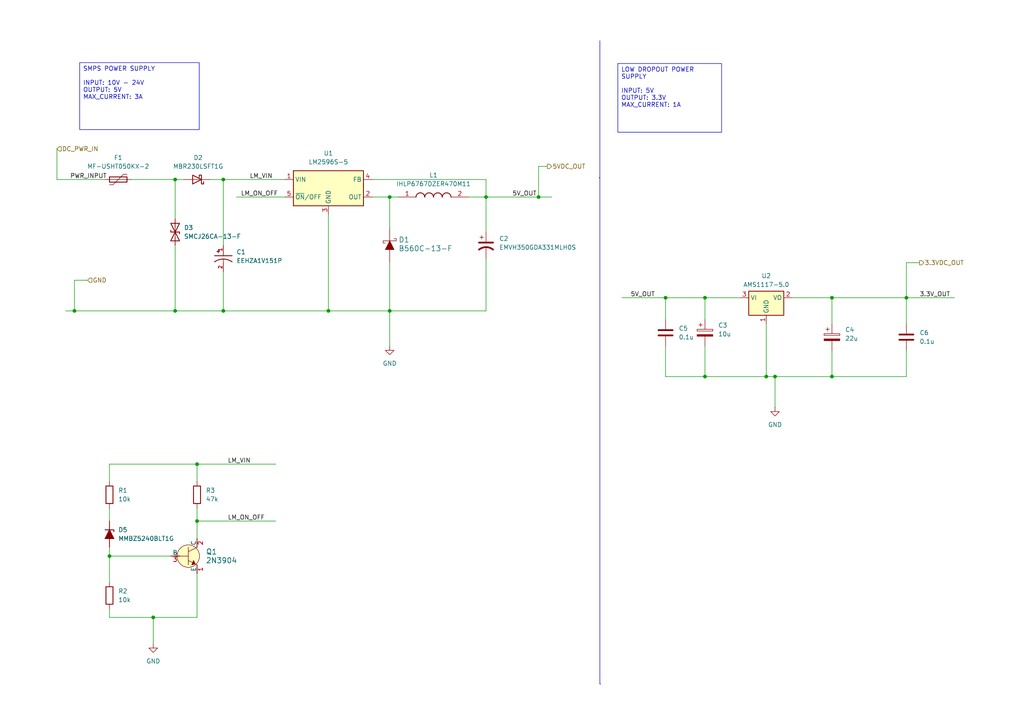
<source format=kicad_sch>
(kicad_sch (version 20231120) (generator "eeschema") (generator_version "8.0")
  (paper "A4")
  (lib_symbols
    (symbol "Device:C" (pin_numbers hide) (pin_names (offset 0.254))
      (property "Reference" "C" (at 0.635 2.54 0))
      (property "Value" "C" (at 0.635 -2.54 0))
      (symbol "C_0_1"
        (polyline (pts (xy -2.032 -0.762) (xy 2.032 -0.762)) (stroke (width 0.508)))
        (polyline (pts (xy -2.032 0.762) (xy 2.032 0.762)) (stroke (width 0.508)))
      )
      (symbol "C_1_1"
        (pin passive line (at 0 3.81 270) (length 2.794) (name "~") (number "1"))
        (pin passive line (at 0 -3.81 90) (length 2.794) (name "~") (number "2"))
      )
    )
    (symbol "Device:C_Polarized" (pin_numbers hide) (pin_names (offset 0.254))
      (property "Reference" "C" (at 0.635 2.54 0))
      (property "Value" "C_Polarized" (at 0.635 -2.54 0))
      (symbol "C_Polarized_0_1"
        (rectangle (start -2.286 0.508) (end 2.286 1.016))
        (polyline (pts (xy -1.778 2.286) (xy -0.762 2.286)))
        (polyline (pts (xy -1.27 2.794) (xy -1.27 1.778)))
        (rectangle (start 2.286 -0.508) (end -2.286 -1.016) (fill (type outline)))
      )
      (symbol "C_Polarized_1_1"
        (pin passive line (at 0 3.81 270) (length 2.794) (name "~") (number "1"))
        (pin passive line (at 0 -3.81 90) (length 2.794) (name "~") (number "2"))
      )
    )
    (symbol "Device:C_Polarized_US" (pin_numbers hide) (pin_names (offset 0.254) hide)
      (property "Reference" "C" (at 0.635 2.54 0))
      (property "Value" "C_Polarized_US" (at 0.635 -2.54 0))
      (symbol "C_Polarized_US_0_1"
        (polyline (pts (xy -2.032 0.762) (xy 2.032 0.762)) (stroke (width 0.508)))
        (polyline (pts (xy -1.778 2.286) (xy -0.762 2.286)))
        (polyline (pts (xy -1.27 1.778) (xy -1.27 2.794)))
        (arc (start 2.032 -1.27) (mid 0 -0.5572) (end -2.032 -1.27) (stroke (width 0.508)))
      )
      (symbol "C_Polarized_US_1_1"
        (pin passive line (at 0 3.81 270) (length 2.794) (name "~") (number "1"))
        (pin passive line (at 0 -3.81 90) (length 3.302) (name "~") (number "2"))
      )
    )
    (symbol "Device:D_Schottky" (pin_numbers hide) (pin_names (offset 1.016) hide)
      (property "Reference" "D" (at 0 2.54 0))
      (property "Value" "D_Schottky" (at 0 -2.54 0))
      (symbol "D_Schottky_0_1"
        (polyline (pts (xy 1.27 0) (xy -1.27 0)))
        (polyline (pts (xy 1.27 1.27) (xy 1.27 -1.27) (xy -1.27 0) (xy 1.27 1.27)) (stroke (width 0.254)))
        (polyline (pts (xy -1.905 0.635) (xy -1.905 1.27) (xy -1.27 1.27) (xy -1.27 -1.27) (xy -0.635 -1.27) (xy -0.635 -0.635)) (stroke (width 0.254)))
      )
      (symbol "D_Schottky_1_1"
        (pin passive line (at -3.81 0 0) (length 2.54) (name "K") (number "1"))
        (pin passive line (at 3.81 0 180) (length 2.54) (name "A") (number "2"))
      )
    )
    (symbol "Device:D_TVS" (pin_numbers hide) (pin_names (offset 1.016) hide)
      (property "Reference" "D" (at 0 2.54 0))
      (property "Value" "D_TVS" (at 0 -2.54 0))
      (symbol "D_TVS_0_1"
        (polyline (pts (xy 1.27 0) (xy -1.27 0)))
        (polyline (pts (xy 0.508 1.27) (xy 0 1.27) (xy 0 -1.27) (xy -0.508 -1.27)) (stroke (width 0.254)))
        (polyline (pts (xy -2.54 1.27) (xy -2.54 -1.27) (xy 2.54 1.27) (xy 2.54 -1.27) (xy -2.54 1.27)) (stroke (width 0.254)))
      )
      (symbol "D_TVS_1_1"
        (pin passive line (at -3.81 0 0) (length 2.54) (name "A1") (number "1"))
        (pin passive line (at 3.81 0 180) (length 2.54) (name "A2") (number "2"))
      )
    )
    (symbol "Device:D_Zener_Filled" (pin_numbers hide) (pin_names (offset 1.016) hide)
      (property "Reference" "D" (at 0 2.54 0))
      (property "Value" "D_Zener_Filled" (at 0 -2.54 0))
      (symbol "D_Zener_Filled_0_1"
        (polyline (pts (xy 1.27 0) (xy -1.27 0)))
        (polyline (pts (xy -1.27 -1.27) (xy -1.27 1.27) (xy -0.762 1.27)) (stroke (width 0.254)))
        (polyline (pts (xy 1.27 -1.27) (xy 1.27 1.27) (xy -1.27 0) (xy 1.27 -1.27)) (stroke (width 0.254)) (fill (type outline)))
      )
      (symbol "D_Zener_Filled_1_1"
        (pin passive line (at -3.81 0 0) (length 2.54) (name "K") (number "1"))
        (pin passive line (at 3.81 0 180) (length 2.54) (name "A") (number "2"))
      )
    )
    (symbol "Device:Polyfuse" (pin_numbers hide) (pin_names (offset 0))
      (property "Reference" "F" (at -2.54 0 90))
      (property "Value" "Polyfuse" (at 2.54 0 90))
      (symbol "Polyfuse_0_1"
        (rectangle (start -0.762 2.54) (end 0.762 -2.54) (stroke (width 0.254)))
        (polyline (pts (xy 0 2.54) (xy 0 -2.54)))
        (polyline (pts (xy -1.524 2.54) (xy -1.524 1.524) (xy 1.524 -1.524) (xy 1.524 -2.54)))
      )
      (symbol "Polyfuse_1_1"
        (pin passive line (at 0 3.81 270) (length 1.27) (name "~") (number "1"))
        (pin passive line (at 0 -3.81 90) (length 1.27) (name "~") (number "2"))
      )
    )
    (symbol "Device:R" (pin_numbers hide) (pin_names (offset 0))
      (property "Reference" "R" (at 2.032 0 90))
      (property "Value" "R" (at 0 0 90))
      (symbol "R_0_1"
        (rectangle (start -1.016 -2.54) (end 1.016 2.54) (stroke (width 0.254)))
      )
      (symbol "R_1_1"
        (pin passive line (at 0 3.81 270) (length 1.27) (name "~") (number "1"))
        (pin passive line (at 0 -3.81 90) (length 1.27) (name "~") (number "2"))
      )
    )
    (symbol "EEHZA1V151P:EEHZA1V151P" (pin_names (offset 1.016))
      (property "Reference" "C" (at -2.54 3.81 0))
      (property "Value" "EEHZA1V151P" (at -2.54 -5.08 0))
      (symbol "EEHZA1V151P_0_0"
        (rectangle (start -1.173 -1.532) (end -0.284 -1.405) (stroke (width 0.1)) (fill (type outline)))
        (rectangle (start -0.792 -1.913) (end -0.665 -1.024) (stroke (width 0.1)) (fill (type outline)))
        (polyline (pts (xy 0 0) (xy 0.508 0)) (stroke (width 0.1524)))
        (polyline (pts (xy 0.508 0) (xy 0.508 -2.54)) (stroke (width 0.254)))
        (polyline (pts (xy 0.508 2.54) (xy 0.508 0)) (stroke (width 0.254)))
        (polyline (pts (xy 2.54 0) (xy 1.524 0)) (stroke (width 0.1524)))
        (arc (start 2.286 2.54) (mid 1.4851 0) (end 2.286 -2.54) (stroke (width 0.254)))
        (pin passive line (at -2.54 0 0) (length 2.54) (name "~") (number "1"))
        (pin passive line (at 5.08 0 180) (length 2.54) (name "~") (number "2"))
      )
    )
    (symbol "IHLP6767DZER470M11:IHLP6767DZER470M11" (pin_names hide)
      (property "Reference" "L" (at 16.51 6.35 0))
      (property "Value" "IHLP6767DZER470M11" (at 16.51 3.81 0))
      (symbol "IHLP6767DZER470M11_1_1"
        (arc (start 7.62 0) (mid 6.35 1.219) (end 5.08 0) (stroke (width 0.254)))
        (arc (start 10.16 0) (mid 8.89 1.219) (end 7.62 0) (stroke (width 0.254)))
        (arc (start 12.7 0) (mid 11.43 1.219) (end 10.16 0) (stroke (width 0.254)))
        (arc (start 15.24 0) (mid 13.97 1.219) (end 12.7 0) (stroke (width 0.254)))
        (pin passive line (at 0 0 0) (length 5.08) (name "1") (number "1"))
        (pin passive line (at 20.32 0 180) (length 5.08) (name "2") (number "2"))
      )
    )
    (symbol "Regulator_Linear:AMS1117-5.0"
      (property "Reference" "U" (at -3.81 3.175 0))
      (property "Value" "AMS1117-5.0" (at 0 3.175 0))
      (symbol "AMS1117-5.0_0_1"
        (rectangle (start -5.08 -5.08) (end 5.08 1.905) (stroke (width 0.254)) (fill (type background)))
      )
      (symbol "AMS1117-5.0_1_1"
        (pin power_in line (at 0 -7.62 90) (length 2.54) (name "GND") (number "1"))
        (pin power_out line (at 7.62 0 180) (length 2.54) (name "VO") (number "2"))
        (pin power_in line (at -7.62 0 0) (length 2.54) (name "VI") (number "3"))
      )
    )
    (symbol "Regulator_Switching:LM2596S-5"
      (property "Reference" "U" (at -10.16 6.35 0))
      (property "Value" "LM2596S-5" (at 0 6.35 0))
      (symbol "LM2596S-5_0_1"
        (rectangle (start -10.16 5.08) (end 10.16 -5.08) (stroke (width 0.254)) (fill (type background)))
      )
      (symbol "LM2596S-5_1_1"
        (pin power_in line (at -12.7 2.54 0) (length 2.54) (name "VIN") (number "1"))
        (pin output line (at 12.7 -2.54 180) (length 2.54) (name "OUT") (number "2"))
        (pin power_in line (at 0 -7.62 90) (length 2.54) (name "GND") (number "3"))
        (pin input line (at 12.7 2.54 180) (length 2.54) (name "FB") (number "4"))
        (pin input line (at -12.7 -2.54 0) (length 2.54) (name "~{ON}/OFF") (number "5"))
      )
    )
    (symbol "dk_Diodes-Rectifiers-Single:B560C-13-F" (pin_numbers hide) (pin_names (offset 0) hide)
      (property "Reference" "D" (at 0 2.54 0))
      (property "Value" "B560C-13-F" (at 1.27 -3.81 0))
      (symbol "B560C-13-F_0_1"
        (polyline (pts (xy 1.27 1.27) (xy 1.27 -1.27)))
        (polyline (pts (xy -1.27 1.27) (xy -1.27 -1.27) (xy 1.27 0) (xy -1.27 1.27)) (fill (type outline)))
        (polyline (pts (xy 1.27 -1.27) (xy 1.27 -1.905) (xy 1.905 -1.905) (xy 1.905 -1.27)))
        (polyline (pts (xy 1.27 1.27) (xy 1.27 1.905) (xy 0.635 1.905) (xy 0.635 1.27)))
      )
      (symbol "B560C-13-F_1_1"
        (pin passive line (at -5.08 0 0) (length 3.81) (name "~") (number "A"))
        (pin passive line (at 5.08 0 180) (length 3.81) (name "~") (number "K"))
      )
    )
    (symbol "dk_Transistors-Bipolar-BJT-Single:2N3904" (pin_names (offset 0))
      (property "Reference" "Q" (at -3.2004 4.2164 0))
      (property "Value" "2N3904" (at 5.2324 0 90))
      (symbol "2N3904_0_1"
        (polyline (pts (xy -3.81 0) (xy -2.54 0)))
        (polyline (pts (xy -3.556 0) (xy 0 0)))
        (polyline (pts (xy 0 -1.27) (xy 2.54 -2.54)))
        (polyline (pts (xy 0 1.27) (xy 2.54 2.54)))
        (polyline (pts (xy 0 2.54) (xy 0 -2.54)))
        (polyline (pts (xy 1.524 -1.27) (xy 2.032 -2.286) (xy 1.016 -2.54) (xy 1.524 -1.27)) (fill (type outline)))
        (circle (center 0 0) (radius 3.2512) (fill (type background)))
      )
      (symbol "2N3904_1_1"
        (pin passive line (at 2.54 -5.08 90) (length 2.54) (name "E") (number "1"))
        (pin passive line (at 2.54 5.08 270) (length 2.54) (name "C") (number "2"))
        (pin input line (at -5.08 0 0) (length 2.54) (name "B") (number "3"))
      )
    )
    (symbol "power:GND" (power) (pin_numbers hide) (pin_names (offset 0) hide)
      (property "Value" "GND" (at 0 -3.81 0))
      (symbol "GND_0_1"
        (polyline (pts (xy 0 0) (xy 0 -1.27) (xy 1.27 -1.27) (xy 0 -2.54) (xy -1.27 -1.27) (xy 0 -1.27)))
      )
      (symbol "GND_1_1"
        (pin power_in line (at 0 0 270) (length 0) (name "~") (number "1"))
      )
    )
  )
  (junction (at 222.25 109.22))
  (junction (at 44.45 179.07))
  (junction (at 31.75 161.29))
  (junction (at 241.3 86.36))
  (junction (at 224.79 109.22))
  (junction (at 50.8 90.17))
  (junction (at 156.21 57.15))
  (junction (at 50.8 52.07))
  (junction (at 193.04 86.36))
  (junction (at 262.89 86.36))
  (junction (at 204.47 86.36))
  (junction (at 64.77 90.17))
  (junction (at 21.59 90.17))
  (junction (at 57.15 151.13))
  (junction (at 204.47 109.22))
  (junction (at 241.3 109.22))
  (junction (at 95.25 90.17))
  (junction (at 64.77 52.07))
  (junction (at 57.15 134.62))
  (junction (at 140.97 57.15))
  (junction (at 113.03 90.17))
  (junction (at 113.03 57.15))
  (wire (pts (xy 266.7 76.2) (xy 262.89 76.2)))
  (wire (pts (xy 64.77 52.07) (xy 64.77 71.12)))
  (wire (pts (xy 113.03 90.17) (xy 95.25 90.17)))
  (wire (pts (xy 262.89 86.36) (xy 262.89 93.98)))
  (wire (pts (xy 21.59 90.17) (xy 50.8 90.17)))
  (wire (pts (xy 204.47 86.36) (xy 214.63 86.36)))
  (wire (pts (xy 57.15 147.32) (xy 57.15 151.13)))
  (wire (pts (xy 222.25 93.98) (xy 222.25 109.22)))
  (wire (pts (xy 60.96 52.07) (xy 64.77 52.07)))
  (wire (pts (xy 16.51 52.07) (xy 30.48 52.07)))
  (wire (pts (xy 64.77 90.17) (xy 64.77 78.74)))
  (wire (pts (xy 31.75 161.29) (xy 31.75 168.91)))
  (wire (pts (xy 140.97 57.15) (xy 140.97 67.31)))
  (wire (pts (xy 204.47 109.22) (xy 222.25 109.22)))
  (wire (pts (xy 57.15 151.13) (xy 80.01 151.13)))
  (wire (pts (xy 38.1 52.07) (xy 50.8 52.07)))
  (polyline (pts (xy 173.99 11.811) (xy 173.99 198.374)))
  (wire (pts (xy 31.75 139.7) (xy 31.75 134.62)))
  (wire (pts (xy 113.03 90.17) (xy 113.03 100.33)))
  (wire (pts (xy 241.3 86.36) (xy 262.89 86.36)))
  (wire (pts (xy 241.3 93.98) (xy 241.3 86.36)))
  (wire (pts (xy 193.04 86.36) (xy 193.04 92.71)))
  (wire (pts (xy 241.3 109.22) (xy 262.89 109.22)))
  (wire (pts (xy 262.89 86.36) (xy 276.86 86.36)))
  (wire (pts (xy 140.97 57.15) (xy 156.21 57.15)))
  (wire (pts (xy 107.95 57.15) (xy 113.03 57.15)))
  (wire (pts (xy 21.59 81.28) (xy 21.59 90.17)))
  (wire (pts (xy 95.25 62.23) (xy 95.25 90.17)))
  (wire (pts (xy 31.75 158.75) (xy 31.75 161.29)))
  (wire (pts (xy 224.79 109.22) (xy 224.79 118.11)))
  (wire (pts (xy 204.47 86.36) (xy 204.47 92.71)))
  (wire (pts (xy 140.97 74.93) (xy 140.97 90.17)))
  (wire (pts (xy 140.97 90.17) (xy 113.03 90.17)))
  (wire (pts (xy 50.8 52.07) (xy 50.8 63.5)))
  (wire (pts (xy 31.75 147.32) (xy 31.75 151.13)))
  (wire (pts (xy 113.03 76.2) (xy 113.03 90.17)))
  (wire (pts (xy 31.75 179.07) (xy 31.75 176.53)))
  (polyline (pts (xy 173.863 51.435) (xy 173.863 51.689)))
  (wire (pts (xy 241.3 101.6) (xy 241.3 109.22)))
  (wire (pts (xy 222.25 109.22) (xy 224.79 109.22)))
  (wire (pts (xy 57.15 151.13) (xy 57.15 156.21)))
  (wire (pts (xy 229.87 86.36) (xy 241.3 86.36)))
  (wire (pts (xy 113.03 57.15) (xy 113.03 66.04)))
  (wire (pts (xy 156.21 48.26) (xy 156.21 57.15)))
  (wire (pts (xy 57.15 134.62) (xy 80.01 134.62)))
  (wire (pts (xy 262.89 76.2) (xy 262.89 86.36)))
  (wire (pts (xy 156.21 57.15) (xy 160.02 57.15)))
  (wire (pts (xy 107.95 52.07) (xy 140.97 52.07)))
  (wire (pts (xy 64.77 90.17) (xy 95.25 90.17)))
  (wire (pts (xy 193.04 100.33) (xy 193.04 109.22)))
  (wire (pts (xy 262.89 109.22) (xy 262.89 101.6)))
  (wire (pts (xy 140.97 52.07) (xy 140.97 57.15)))
  (wire (pts (xy 193.04 109.22) (xy 204.47 109.22)))
  (wire (pts (xy 31.75 161.29) (xy 49.53 161.29)))
  (wire (pts (xy 19.05 90.17) (xy 21.59 90.17)))
  (wire (pts (xy 224.79 109.22) (xy 241.3 109.22)))
  (wire (pts (xy 113.03 57.15) (xy 115.57 57.15)))
  (wire (pts (xy 44.45 179.07) (xy 31.75 179.07)))
  (wire (pts (xy 193.04 86.36) (xy 204.47 86.36)))
  (wire (pts (xy 64.77 52.07) (xy 82.55 52.07)))
  (wire (pts (xy 57.15 166.37) (xy 57.15 179.07)))
  (wire (pts (xy 31.75 134.62) (xy 57.15 134.62)))
  (wire (pts (xy 16.51 43.18) (xy 16.51 52.07)))
  (wire (pts (xy 44.45 179.07) (xy 44.45 186.69)))
  (wire (pts (xy 50.8 90.17) (xy 64.77 90.17)))
  (wire (pts (xy 180.34 86.36) (xy 193.04 86.36)))
  (wire (pts (xy 57.15 134.62) (xy 57.15 139.7)))
  (wire (pts (xy 204.47 100.33) (xy 204.47 109.22)))
  (wire (pts (xy 57.15 179.07) (xy 44.45 179.07)))
  (polyline (pts (xy 173.99 198.374) (xy 174.244 198.374)))
  (wire (pts (xy 50.8 71.12) (xy 50.8 90.17)))
  (wire (pts (xy 158.75 48.26) (xy 156.21 48.26)))
  (wire (pts (xy 25.4 81.28) (xy 21.59 81.28)))
  (wire (pts (xy 135.89 57.15) (xy 140.97 57.15)))
  (wire (pts (xy 50.8 52.07) (xy 53.34 52.07)))
  (wire (pts (xy 68.58 57.15) (xy 82.55 57.15)))
  (text_box "LOW DROPOUT POWER SUPPLY\n\nINPUT: 5V\nOUTPUT: 3.3V\nMAX_CURRENT: 1A" (at 179.197 18.415 0) (size 30.099 19.939) (effects (font (size 1.27 1.27)) (justify left top)))
  (text_box "SMPS POWER SUPPLY\n\nINPUT: 10V - 24V\nOUTPUT: 5V\nMAX_CURRENT: 3A" (at 23.114 18.161 0) (size 34.671 19.431) (effects (font (size 1.27 1.27)) (justify left top)))
  (label "LM_VIN" (at 66.04 134.62 0))
  (label "5V_OUT" (at 148.59 57.15 0))
  (label "LM_ON_OFF" (at 69.85 57.15 0))
  (label "LM_ON_OFF" (at 66.04 151.13 0))
  (label "PWR_INPUT" (at 20.32 52.07 0))
  (label "LM_VIN" (at 72.39 52.07 0))
  (label "3.3V_OUT" (at 266.7 86.36 0))
  (label "5V_OUT" (at 182.88 86.36 0))
  (hierarchical_label "5VDC_OUT" (shape output) (at 158.75 48.26 0))
  (hierarchical_label "3.3VDC_OUT" (shape output) (at 266.7 76.2 0))
  (hierarchical_label "GND" (shape input) (at 25.4 81.28 0))
  (hierarchical_label "DC_PWR_IN" (shape input) (at 16.51 43.18 0))
  (symbol (lib_id "Device:D_Zener_Filled") (at 31.75 154.94 270) (unit 1)
    (property "Reference" "D5" (at 34.29 153.6699 90) (effects (justify left)))
    (property "Value" "MMBZ5240BLT1G" (at 34.29 156.2099 90) (effects (justify left)))
    (property "Footprint" "footprints:SOT96P237X111-3N" (effects (hide yes)))
    (property "Datasheet" "https://www.mouser.com/datasheet/2/308/1/MMBZ5221BLT1_D-2316050.pdf" (effects (hide yes)))
    (property "Description" "Zener diode, filled shape" (effects (hide yes)))
  )
  (symbol (lib_id "power:GND") (at 44.45 186.69 0) (unit 1)
    (property "Reference" "#PWR03" (effects (hide yes)))
    (property "Value" "GND" (at 44.45 191.77 0))
    (property "Description" "Power symbol creates a global label with name \"GND\" , ground" (effects (hide yes)))
  )
  (symbol (lib_id "power:GND") (at 113.03 100.33 0) (unit 1)
    (property "Reference" "#PWR02" (effects (hide yes)))
    (property "Value" "GND" (at 113.03 105.41 0))
    (property "Description" "Power symbol creates a global label with name \"GND\" , ground" (effects (hide yes)))
  )
  (symbol (lib_id "Device:R") (at 31.75 172.72 0) (unit 1)
    (property "Reference" "R2" (at 34.29 171.4499 0) (effects (justify left)))
    (property "Value" "10k" (at 34.29 173.9899 0) (effects (justify left)))
    (property "Footprint" "Resistor_SMD:R_1206_3216Metric_Pad1.30x1.75mm_HandSolder" (effects (hide yes)))
    (property "Description" "Resistor" (effects (hide yes)))
  )
  (symbol (lib_id "Device:R") (at 31.75 143.51 0) (unit 1)
    (property "Reference" "R1" (at 34.29 142.2399 0) (effects (justify left)))
    (property "Value" "10k" (at 34.29 144.7799 0) (effects (justify left)))
    (property "Footprint" "Resistor_SMD:R_1206_3216Metric_Pad1.30x1.75mm_HandSolder" (effects (hide yes)))
    (property "Description" "Resistor" (effects (hide yes)))
  )
  (symbol (lib_id "Device:C_Polarized") (at 241.3 97.79 0) (unit 1)
    (property "Reference" "C4" (at 245.11 95.6309 0) (effects (justify left)))
    (property "Value" "22u" (at 245.11 98.1709 0) (effects (justify left)))
    (property "Footprint" "Capacitor_SMD:C_1206_3216Metric_Pad1.33x1.80mm_HandSolder" (effects (hide yes)))
    (property "Description" "Polarized capacitor" (effects (hide yes)))
  )
  (symbol (lib_id "Device:Polyfuse") (at 34.29 52.07 90) (unit 1)
    (property "Reference" "F1" (at 34.29 45.72 90))
    (property "Value" "MF-USHT050KX-2" (at 34.29 48.26 90))
    (property "Footprint" "footprints:FUSC3226X85N" (effects (hide yes)))
    (property "Datasheet" "https://www.mouser.com/datasheet/2/54/mf_usht-1128467.pdf" (effects (hide yes)))
    (property "Description" "Resettable fuse, polymeric positive temperature coefficient" (effects (hide yes)))
  )
  (symbol (lib_id "Regulator_Linear:AMS1117-5.0") (at 222.25 86.36 0) (unit 1)
    (property "Reference" "U2" (at 222.25 80.01 0))
    (property "Value" "AMS1117-5.0" (at 222.25 82.55 0))
    (property "Footprint" "Package_TO_SOT_SMD:SOT-223-3_TabPin2" (effects (hide yes)))
    (property "Datasheet" "http://www.advanced-monolithic.com/pdf/ds1117.pdf" (effects (hide yes)))
    (property "Description" "1A Low Dropout regulator, positive, 5.0V fixed output, SOT-223" (effects (hide yes)))
  )
  (symbol (lib_id "Device:C_Polarized") (at 204.47 96.52 0) (unit 1)
    (property "Reference" "C3" (at 208.28 94.3609 0) (effects (justify left)))
    (property "Value" "10u" (at 208.28 96.9009 0) (effects (justify left)))
    (property "Footprint" "Capacitor_SMD:C_1206_3216Metric_Pad1.33x1.80mm_HandSolder" (effects (hide yes)))
    (property "Description" "Polarized capacitor" (effects (hide yes)))
  )
  (symbol (lib_id "Regulator_Switching:LM2596S-5") (at 95.25 54.61 0) (unit 1)
    (property "Reference" "U1" (at 95.25 44.45 0))
    (property "Value" "LM2596S-5" (at 95.25 46.99 0))
    (property "Footprint" "Package_TO_SOT_SMD:TO-263-5_TabPin3" (effects (hide yes)))
    (property "Datasheet" "http://www.ti.com/lit/ds/symlink/lm2596.pdf" (effects (hide yes)))
    (property "Description" "5V 3A Step-Down Voltage Regulator, TO-263" (effects (hide yes)))
  )
  (symbol (lib_id "power:GND") (at 224.79 118.11 0) (unit 1)
    (property "Reference" "#PWR04" (effects (hide yes)))
    (property "Value" "GND" (at 224.79 123.19 0))
    (property "Description" "Power symbol creates a global label with name \"GND\" , ground" (effects (hide yes)))
  )
  (symbol (lib_id "dk_Transistors-Bipolar-BJT-Single:2N3904") (at 54.61 161.29 0) (unit 1)
    (property "Reference" "Q1" (at 59.69 160.0199 0) (effects (font (size 1.524 1.524)) (justify left)))
    (property "Value" "2N3904" (at 59.69 162.5599 0) (effects (font (size 1.524 1.524)) (justify left)))
    (property "Footprint" "digikey-footprints:TO-92-3" (effects (hide yes)))
    (property "Datasheet" "https://my.centralsemi.com/get_document.php?cmp=1&mergetype=pd&mergepath=pd&pdf_id=LSSGP072.PDF" (effects (hide yes)))
    (property "Description" "TRANS NPN 40V TO-92" (effects (hide yes)))
    (property "MPN" "2N3904" (effects (hide yes)))
    (property "Category" "Discrete Semiconductor Products" (effects (hide yes)))
    (property "Family" "Transistors - Bipolar (BJT) - Single" (effects (hide yes)))
    (property "DK_Datasheet_Link" "https://my.centralsemi.com/get_document.php?cmp=1&mergetype=pd&mergepath=pd&pdf_id=LSSGP072.PDF" (effects (hide yes)))
    (property "DK_Detail_Page" "/product-detail/en/central-semiconductor-corp/2N3904/2N3904CS-ND/4806876" (effects (hide yes)))
    (property "Description_1" "TRANS NPN 40V TO-92" (effects (hide yes)))
    (property "Manufacturer" "Central Semiconductor Corp" (effects (hide yes)))
    (property "Status" "Active" (effects (hide yes)))
  )
  (symbol (lib_id "Device:C_Polarized_US") (at 140.97 71.12 0) (unit 1)
    (property "Reference" "C2" (at 144.78 69.2149 0) (effects (justify left)))
    (property "Value" "EMVH350GDA331MLH0S" (at 144.78 71.7549 0) (effects (justify left)))
    (property "Footprint" "footprints:CAP_EMVH630GDA331MLH0S" (effects (hide yes)))
    (property "Description" "Polarized capacitor, US symbol" (effects (hide yes)))
  )
  (symbol (lib_id "dk_Diodes-Rectifiers-Single:B560C-13-F") (at 113.03 71.12 90) (unit 1)
    (property "Reference" "D1" (at 115.57 69.5324 90) (effects (font (size 1.524 1.524)) (justify right)))
    (property "Value" "B560C-13-F" (at 115.57 72.0724 90) (effects (font (size 1.524 1.524)) (justify right)))
    (property "Footprint" "digikey-footprints:DO-214AB" (effects (hide yes)))
    (property "Datasheet" "https://www.diodes.com/assets/Datasheets/ds13012.pdf" (effects (hide yes)))
    (property "Description" "DIODE SCHOTTKY 60V 5A SMC" (effects (hide yes)))
    (property "MPN" "B560C-13-F" (effects (hide yes)))
    (property "Category" "Discrete Semiconductor Products" (effects (hide yes)))
    (property "Family" "Diodes - Rectifiers - Single" (effects (hide yes)))
    (property "DK_Datasheet_Link" "https://www.diodes.com/assets/Datasheets/ds13012.pdf" (effects (hide yes)))
    (property "DK_Detail_Page" "/product-detail/en/diodes-incorporated/B560C-13-F/B560C-FDICT-ND/768816" (effects (hide yes)))
    (property "Description_1" "DIODE SCHOTTKY 60V 5A SMC" (effects (hide yes)))
    (property "Manufacturer" "Diodes Incorporated" (effects (hide yes)))
    (property "Status" "Active" (effects (hide yes)))
  )
  (symbol (lib_id "Device:C") (at 262.89 97.79 0) (unit 1)
    (property "Reference" "C6" (at 266.7 96.5199 0) (effects (justify left)))
    (property "Value" "0.1u" (at 266.7 99.0599 0) (effects (justify left)))
    (property "Footprint" "Capacitor_SMD:C_1206_3216Metric_Pad1.33x1.80mm_HandSolder" (effects (hide yes)))
    (property "Description" "Unpolarized capacitor" (effects (hide yes)))
  )
  (symbol (lib_id "Device:C") (at 193.04 96.52 0) (unit 1)
    (property "Reference" "C5" (at 196.85 95.2499 0) (effects (justify left)))
    (property "Value" "0.1u" (at 196.85 97.7899 0) (effects (justify left)))
    (property "Footprint" "Capacitor_SMD:C_1206_3216Metric_Pad1.33x1.80mm_HandSolder" (effects (hide yes)))
    (property "Description" "Unpolarized capacitor" (effects (hide yes)))
  )
  (symbol (lib_id "Device:D_Schottky") (at 57.15 52.07 180) (unit 1)
    (property "Reference" "D2" (at 57.4675 45.72 0))
    (property "Value" "MBR230LSFT1G" (at 57.4675 48.26 0))
    (property "Footprint" "footprints:SODFL3616X98N" (effects (hide yes)))
    (property "Datasheet" "https://www.mouser.com/datasheet/2/308/1/MBR230LSFT1_D-2315065.pdf" (effects (hide yes)))
    (property "Description" "Schottky diode" (effects (hide yes)))
  )
  (symbol (lib_id "Device:R") (at 57.15 143.51 0) (unit 1)
    (property "Reference" "R3" (at 59.69 142.2399 0) (effects (justify left)))
    (property "Value" "47k" (at 59.69 144.7799 0) (effects (justify left)))
    (property "Footprint" "Resistor_SMD:R_1206_3216Metric_Pad1.30x1.75mm_HandSolder" (effects (hide yes)))
    (property "Description" "Resistor" (effects (hide yes)))
  )
  (symbol (lib_id "EEHZA1V151P:EEHZA1V151P") (at 64.77 73.66 270) (unit 1)
    (property "Reference" "C1" (at 68.58 73.0865 90) (effects (justify left)))
    (property "Value" "EEHZA1V151P" (at 68.58 75.6265 90) (effects (justify left)))
    (property "Footprint" "footprints:CAP_EEHZA1V151P" (effects (hide yes)))
    (property "MF" "Panasonic" (effects (hide yes)))
    (property "MAXIMUM_PACKAGE_HEIGHT" "10.2mm" (effects (hide yes)))
    (property "Package" "RADIAL-2 Panasonic" (effects (hide yes)))
    (property "Price" "None" (effects (hide yes)))
    (property "Check_prices" "https://www.snapeda.com/parts/EEHZA1V151P/Panasonic/view-part/?ref=eda" (effects (hide yes)))
    (property "STANDARD" "Manufacturer Recommendations" (effects (hide yes)))
    (property "PARTREV" "30-Sep-20" (effects (hide yes)))
    (property "SnapEDA_Link" "https://www.snapeda.com/parts/EEHZA1V151P/Panasonic/view-part/?ref=snap" (effects (hide yes)))
    (property "MP" "EEHZA1V151P" (effects (hide yes)))
    (property "Purchase-URL" "https://www.snapeda.com/api/url_track_click_mouser/?unipart_id=5792564&manufacturer=Panasonic&part_name=EEHZA1V151P&search_term=None" (effects (hide yes)))
    (property "Description_1" "\n15µF 35V Aluminum - Polymer Capacitors Radial, Can - SMD 27mOhm 10000 Hrs @ 105C\n" (effects (hide yes)))
    (property "Availability" "In Stock" (effects (hide yes)))
    (property "MANUFACTURER" "Panasonic" (effects (hide yes)))
  )
  (symbol (lib_id "Device:D_TVS") (at 50.8 67.31 90) (unit 1)
    (property "Reference" "D3" (at 53.34 66.0399 90) (effects (justify right)))
    (property "Value" "SMCJ26CA-13-F" (at 53.34 68.5799 90) (effects (justify right)))
    (property "Footprint" "footprints:DIOM7959X250N" (effects (hide yes)))
    (property "Datasheet" "https://www.mouser.com/datasheet/2/115/DIOD_S_A0000285740_1-2541913.pdf" (effects (hide yes)))
    (property "Description" "Bidirectional transient-voltage-suppression diode" (effects (hide yes)))
  )
  (symbol (lib_id "IHLP6767DZER470M11:IHLP6767DZER470M11") (at 115.57 57.15 0) (unit 1)
    (property "Reference" "L1" (at 125.73 50.8 0))
    (property "Value" "IHLP6767DZER470M11" (at 125.73 53.34 0))
    (property "Footprint" "footprints:IHLP6767DZER470M11" (effects (hide yes)))
    (property "Datasheet" "https://componentsearchengine.com/Datasheets/2/IHLP6767DZER470M11.pdf" (effects (hide yes)))
    (property "Description" "Fixed Inductors 47uH 20%" (effects (hide yes)))
    (property "Height" "4" (effects (hide yes)))
    (property "Mouser Part Number" "70-IHLP6767DZER470M1" (effects (hide yes)))
    (property "Mouser Price/Stock" "https://www.mouser.co.uk/ProductDetail/Vishay-Dale/IHLP6767DZER470M11?qs=e2ByEPnK0IgJ3lh9QXlbaQ%3D%3D" (effects (hide yes)))
    (property "Manufacturer_Name" "Vishay" (effects (hide yes)))
    (property "Manufacturer_Part_Number" "IHLP6767DZER470M11" (effects (hide yes)))
  )
)
</source>
